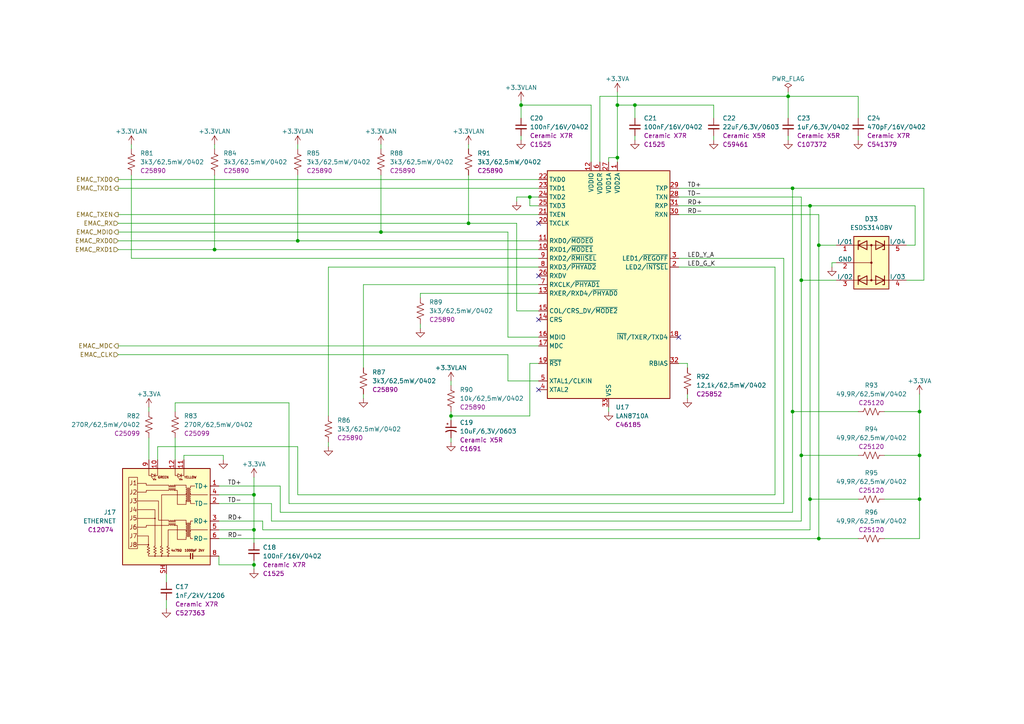
<source format=kicad_sch>
(kicad_sch (version 20211123) (generator eeschema)
  (paper "A4")
  (title_block (title "ESP 16x 24VDC Input 16x External Relay Output Module") (date "2022-10-20") (rev "V1"))
  (lib_symbols
    (symbol "Device:C_Polarized_Small_US" (pin_numbers hide) (pin_names (offset 0.254) hide)
      (property "Reference" "C" (at 0.254 1.778 0))
      (property "Value" "C_Polarized_Small_US" (at 0.254 -2.032 0))
      (symbol "C_Polarized_Small_US_0_1"
        (polyline (pts (xy -1.524 0.508) (xy 1.524 0.508)) (stroke (width 0.3048)))
        (polyline (pts (xy -1.27 1.524) (xy -0.762 1.524)))
        (polyline (pts (xy -1.016 1.27) (xy -1.016 1.778)))
        (arc (start 1.524 -0.762) (mid 0 -0.3734) (end -1.524 -0.762) (stroke (width 0.3048)))
      )
      (symbol "C_Polarized_Small_US_1_1"
        (pin passive line (at 0 2.54 270) (length 2.032) (name "~") (number "1"))
        (pin passive line (at 0 -2.54 90) (length 2.032) (name "~") (number "2"))
      )
    )
    (symbol "Device:C_Small" (pin_numbers hide) (pin_names (offset 0.254) hide)
      (property "Reference" "C" (at 0.254 1.778 0))
      (property "Value" "C_Small" (at 0.254 -2.032 0))
      (symbol "C_Small_0_1"
        (polyline (pts (xy -1.524 -0.508) (xy 1.524 -0.508)) (stroke (width 0.3302)))
        (polyline (pts (xy -1.524 0.508) (xy 1.524 0.508)) (stroke (width 0.3048)))
      )
      (symbol "C_Small_1_1"
        (pin passive line (at 0 2.54 270) (length 2.032) (name "~") (number "1"))
        (pin passive line (at 0 -2.54 90) (length 2.032) (name "~") (number "2"))
      )
    )
    (symbol "Device:R_US" (pin_numbers hide) (pin_names (offset 0))
      (property "Reference" "R" (at 2.54 0 90))
      (property "Value" "R_US" (at -2.54 0 90))
      (symbol "R_US_0_1"
        (polyline (pts (xy 0 -2.286) (xy 0 -2.54)))
        (polyline (pts (xy 0 2.286) (xy 0 2.54)))
        (polyline (pts (xy 0 -0.762) (xy 1.016 -1.143) (xy 0 -1.524) (xy -1.016 -1.905) (xy 0 -2.286)))
        (polyline (pts (xy 0 0.762) (xy 1.016 0.381) (xy 0 0) (xy -1.016 -0.381) (xy 0 -0.762)))
        (polyline (pts (xy 0 2.286) (xy 1.016 1.905) (xy 0 1.524) (xy -1.016 1.143) (xy 0 0.762)))
      )
      (symbol "R_US_1_1"
        (pin passive line (at 0 3.81 270) (length 1.27) (name "~") (number "1"))
        (pin passive line (at 0 -3.81 90) (length 1.27) (name "~") (number "2"))
      )
    )
    (symbol "Interface_Ethernet:LAN8710A"
      (property "Reference" "U" (at -13.97 34.29 0))
      (property "Value" "LAN8710A" (at 17.78 34.29 0))
      (symbol "LAN8710A_0_1"
        (rectangle (start -17.78 33.02) (end 17.78 -33.02) (stroke (width 0.254)) (fill (type background)))
      )
      (symbol "LAN8710A_1_1"
        (pin power_in line (at 2.54 35.56 270) (length 2.54) (name "VDD2A") (number "1"))
        (pin bidirectional line (at -20.32 10.16 0) (length 2.54) (name "RXD1/~{MODE1}") (number "10"))
        (pin bidirectional line (at -20.32 12.7 0) (length 2.54) (name "RXD0/~{MODE0}") (number "11"))
        (pin power_in line (at -5.08 35.56 270) (length 2.54) (name "VDDIO") (number "12"))
        (pin bidirectional line (at -20.32 -2.54 0) (length 2.54) (name "RXER/RXD4/~{PHYAD0}") (number "13"))
        (pin output line (at -20.32 -10.16 0) (length 2.54) (name "CRS") (number "14"))
        (pin bidirectional line (at -20.32 -7.62 0) (length 2.54) (name "COL/CRS_DV/~{MODE2}") (number "15"))
        (pin bidirectional line (at -20.32 -15.24 0) (length 2.54) (name "MDIO") (number "16"))
        (pin input line (at -20.32 -17.78 0) (length 2.54) (name "MDC") (number "17"))
        (pin bidirectional line (at 20.32 -15.24 180) (length 2.54) (name "~{INT}/TXER/TXD4") (number "18"))
        (pin input line (at -20.32 -22.86 0) (length 2.54) (name "~{RST}") (number "19"))
        (pin bidirectional line (at 20.32 5.08 180) (length 2.54) (name "LED2/~{INTSEL}") (number "2"))
        (pin output line (at -20.32 17.78 0) (length 2.54) (name "TXCLK") (number "20"))
        (pin input line (at -20.32 20.32 0) (length 2.54) (name "TXEN") (number "21"))
        (pin input line (at -20.32 30.48 0) (length 2.54) (name "TXD0") (number "22"))
        (pin input line (at -20.32 27.94 0) (length 2.54) (name "TXD1") (number "23"))
        (pin input line (at -20.32 25.4 0) (length 2.54) (name "TXD2") (number "24"))
        (pin input line (at -20.32 22.86 0) (length 2.54) (name "TXD3") (number "25"))
        (pin output line (at -20.32 2.54 0) (length 2.54) (name "RXDV") (number "26"))
        (pin power_in line (at 0 35.56 270) (length 2.54) (name "VDD1A") (number "27"))
        (pin bidirectional line (at 20.32 25.4 180) (length 2.54) (name "TXN") (number "28"))
        (pin bidirectional line (at 20.32 27.94 180) (length 2.54) (name "TXP") (number "29"))
        (pin bidirectional line (at 20.32 7.62 180) (length 2.54) (name "LED1/~{REGOFF}") (number "3"))
        (pin bidirectional line (at 20.32 20.32 180) (length 2.54) (name "RXN") (number "30"))
        (pin bidirectional line (at 20.32 22.86 180) (length 2.54) (name "RXP") (number "31"))
        (pin passive line (at 20.32 -22.86 180) (length 2.54) (name "RBIAS") (number "32"))
        (pin power_in line (at 0 -35.56 90) (length 2.54) (name "VSS") (number "33"))
        (pin output line (at -20.32 -30.48 0) (length 2.54) (name "XTAL2") (number "4"))
        (pin input line (at -20.32 -27.94 0) (length 2.54) (name "XTAL1/CLKIN") (number "5"))
        (pin power_in line (at -2.54 35.56 270) (length 2.54) (name "VDDCR") (number "6"))
        (pin bidirectional line (at -20.32 0 0) (length 2.54) (name "RXCLK/~{PHYAD1}") (number "7"))
        (pin bidirectional line (at -20.32 5.08 0) (length 2.54) (name "RXD3/~{PHYAD2}") (number "8"))
        (pin bidirectional line (at -20.32 7.62 0) (length 2.54) (name "RXD2/~{RMIISEL}") (number "9"))
      )
    )
    (symbol "Tales:+3.3VLAN" (power) (pin_names (offset 0))
      (property "Value" "+3.3VLAN" (at 0 3.556 0))
      (symbol "+3.3VLAN_0_1"
        (polyline (pts (xy -0.762 1.27) (xy 0 2.54)))
        (polyline (pts (xy 0 0) (xy 0 2.54)))
        (polyline (pts (xy 0 2.54) (xy 0.762 1.27)))
      )
      (symbol "+3.3VLAN_1_1"
        (pin power_in line (at 0 0 90) (length 0) hide (name "+3.3VLAN") (number "1"))
      )
    )
    (symbol "Tales:ESDS314DBV" (pin_names (offset 0))
      (property "Reference" "D" (at 0 12.7 0))
      (property "Value" "ESDS314DBV" (at 0 10.16 0))
      (symbol "ESDS314DBV_0_1"
        (rectangle (start -5.08 7.62) (end 5.08 -7.62) (stroke (width 0.254)) (fill (type background)))
        (circle (center 0 -5.08) (radius 0.254) (fill (type outline)))
        (polyline (pts (xy -5.08 -5.08) (xy 5.08 -5.08)))
        (polyline (pts (xy -5.08 0) (xy 0 0)))
        (polyline (pts (xy -5.08 5.08) (xy 5.08 5.08)))
        (polyline (pts (xy 0 -5.08) (xy 0 5.08)))
        (polyline (pts (xy -3.81 -6.35) (xy -3.81 -3.81) (xy -3.302 -3.81)) (stroke (width 0.254)))
        (polyline (pts (xy -3.81 3.81) (xy -3.81 6.35) (xy -3.302 6.35)) (stroke (width 0.254)))
        (polyline (pts (xy 3.81 -3.81) (xy 3.81 -6.35) (xy 3.302 -6.35)) (stroke (width 0.254)))
        (polyline (pts (xy 3.81 6.35) (xy 3.81 3.81) (xy 3.302 3.81)) (stroke (width 0.254)))
        (polyline (pts (xy -1.27 -6.35) (xy -3.81 -5.08) (xy -1.27 -3.81) (xy -1.27 -6.35) (xy -1.27 -6.35) (xy -1.27 -6.35)) (stroke (width 0.254)))
        (polyline (pts (xy -1.27 3.81) (xy -3.81 5.08) (xy -1.27 6.35) (xy -1.27 3.81) (xy -1.27 3.81) (xy -1.27 3.81)) (stroke (width 0.254)))
        (polyline (pts (xy 1.27 -3.81) (xy 3.81 -5.08) (xy 1.27 -6.35) (xy 1.27 -3.81) (xy 1.27 -3.81) (xy 1.27 -3.81)) (stroke (width 0.254)))
        (polyline (pts (xy 1.27 6.35) (xy 3.81 5.08) (xy 1.27 3.81) (xy 1.27 6.35) (xy 1.27 6.35) (xy 1.27 6.35)) (stroke (width 0.254)))
        (circle (center 0 0) (radius 0.254) (fill (type outline)))
        (circle (center 0 5.08) (radius 0.254) (fill (type outline)))
        (pin passive line (at -10.16 5.08 0) (length 5.08) (name "I/01") (number "1"))
        (pin passive line (at -10.16 0 0) (length 5.08) (name "GND") (number "2"))
        (pin passive line (at -10.16 -5.08 0) (length 5.08) (name "I/02") (number "3"))
        (pin passive line (at 10.16 -5.08 180) (length 5.08) (name "I/03") (number "4"))
        (pin passive line (at 10.16 5.08 180) (length 5.08) (name "I/04") (number "5"))
      )
    )
    (symbol "Tales:HanRun_HR911105A"
      (property "Reference" "J" (at 12.7 13.97 0))
      (property "Value" "HanRun_HR911105A" (at 0 -16.51 0))
      (symbol "HanRun_HR911105A_0_0"
        (rectangle (start -12.7 12.7) (end 12.7 -15.24) (stroke (width 0.254)) (fill (type background)))
        (polyline (pts (xy -5.207 -9.398) (xy -8.382 -9.398)))
        (polyline (pts (xy -3.302 -12.7) (xy -3.302 -12.192)))
        (polyline (pts (xy -3.302 -1.778) (xy -8.382 -1.778)))
        (polyline (pts (xy -1.397 -12.7) (xy -1.397 -12.192)))
        (polyline (pts (xy 0.508 -12.7) (xy 0.508 -12.192)))
        (polyline (pts (xy 7.62 -12.7) (xy 12.7 -12.7)))
        (polyline (pts (xy 11.938 -5.08) (xy 6.985 -5.08)))
        (polyline (pts (xy 11.938 5.08) (xy 6.985 5.08)))
        (polyline (pts (xy -1.397 -9.779) (xy -1.397 5.08) (xy 5.715 5.08)))
        (polyline (pts (xy 0.508 -9.779) (xy 0.508 -5.08) (xy 5.715 -5.08)))
        (polyline (pts (xy 6.985 -12.7) (xy -5.207 -12.7) (xy -5.207 -12.192)))
        (polyline (pts (xy 0.635 -2.286) (xy -2.286 -2.286) (xy -2.286 3.302) (xy -8.382 3.302)))
        (polyline (pts (xy 0.635 7.874) (xy -5.842 7.874) (xy -5.842 8.382) (xy -8.382 8.382)))
        (text "1000pF 2kV" (at 8.128 -11.049 0) (effects (font (size 0.635 0.635))))
        (text "4x75Ω" (at 2.921 -11.049 0) (effects (font (size 0.635 0.635))))
        (text "GREEN" (at -2.54 10.16 0) (effects (font (size 0.635 0.635)) (justify left)))
        (text "J1" (at -10.795 8.509 0) (effects (font (size 1.27 1.27)) (justify left)))
        (text "J2" (at -10.795 5.842 0) (effects (font (size 1.27 1.27)) (justify left)))
        (text "J3" (at -10.795 3.302 0) (effects (font (size 1.27 1.27)) (justify left)))
        (text "J4" (at -10.795 0.762 0) (effects (font (size 1.27 1.27)) (justify left)))
        (text "J5" (at -10.795 -1.651 0) (effects (font (size 1.27 1.27)) (justify left)))
        (text "J6" (at -10.795 -4.318 0) (effects (font (size 1.27 1.27)) (justify left)))
        (text "J7" (at -10.795 -6.858 0) (effects (font (size 1.27 1.27)) (justify left)))
        (text "J8" (at -10.795 -9.398 0) (effects (font (size 1.27 1.27)) (justify left)))
        (text "YELLOW" (at 5.08 10.16 0) (effects (font (size 0.635 0.635)) (justify left)))
      )
      (symbol "HanRun_HR911105A_0_1"
        (rectangle (start -8.382 -10.541) (end -10.922 10.16))
        (circle (center -5.207 -9.398) (radius 0.127) (fill (type outline)))
        (circle (center -3.302 -12.7) (radius 0.127) (fill (type outline)))
        (circle (center -3.302 -1.778) (radius 0.127) (fill (type outline)))
        (circle (center -1.397 -12.7) (radius 0.127) (fill (type outline)))
        (polyline (pts (xy -3.556 9.398) (xy -4.064 9.906)))
        (polyline (pts (xy -3.302 11.176) (xy -3.302 10.16)))
        (polyline (pts (xy -3.048 9.398) (xy -3.556 9.906)))
        (polyline (pts (xy 0.635 -3.302) (xy 2.667 -3.302)))
        (polyline (pts (xy 0.635 6.858) (xy 2.667 6.858)))
        (polyline (pts (xy 2.667 -2.794) (xy 0.635 -2.794)))
        (polyline (pts (xy 2.667 7.366) (xy 0.635 7.366)))
        (polyline (pts (xy 4.064 9.398) (xy 3.556 9.906)))
        (polyline (pts (xy 4.318 11.176) (xy 4.318 10.16)))
        (polyline (pts (xy 4.572 9.398) (xy 4.064 9.906)))
        (polyline (pts (xy 6.223 -3.048) (xy 6.223 -7.112)))
        (polyline (pts (xy 6.223 7.112) (xy 6.223 3.048)))
        (polyline (pts (xy 6.477 -7.112) (xy 6.477 -3.048)))
        (polyline (pts (xy 6.477 3.048) (xy 6.477 7.112)))
        (polyline (pts (xy 6.985 -13.462) (xy 6.985 -11.938)) (stroke (width 0.3048)))
        (polyline (pts (xy 7.62 -13.462) (xy 7.62 -11.938)) (stroke (width 0.3048)))
        (polyline (pts (xy -5.207 -9.779) (xy -5.207 -6.858) (xy -8.382 -6.858)))
        (polyline (pts (xy -5.08 12.7) (xy -5.08 10.668) (xy -4.318 10.668)))
        (polyline (pts (xy -3.556 9.652) (xy -3.556 9.398) (xy -3.81 9.398)))
        (polyline (pts (xy -3.302 -9.779) (xy -3.302 0.762) (xy -8.382 0.762)))
        (polyline (pts (xy -3.048 9.652) (xy -3.048 9.398) (xy -3.302 9.398)))
        (polyline (pts (xy -2.54 12.7) (xy -2.54 10.668) (xy -3.302 10.668)))
        (polyline (pts (xy 2.54 12.7) (xy 2.54 10.668) (xy 3.302 10.668)))
        (polyline (pts (xy 2.667 -2.286) (xy 5.715 -2.286) (xy 5.715 -3.048)))
        (polyline (pts (xy 2.667 7.874) (xy 5.715 7.874) (xy 5.715 7.112)))
        (polyline (pts (xy 4.064 9.652) (xy 4.064 9.398) (xy 3.81 9.398)))
        (polyline (pts (xy 4.572 9.652) (xy 4.572 9.398) (xy 4.318 9.398)))
        (polyline (pts (xy 5.08 12.7) (xy 5.08 10.668) (xy 4.318 10.668)))
        (polyline (pts (xy 6.985 -7.112) (xy 6.985 -7.62) (xy 7.62 -7.62)))
        (polyline (pts (xy 6.985 -3.048) (xy 6.985 -2.54) (xy 7.62 -2.54)))
        (polyline (pts (xy 6.985 3.048) (xy 6.985 2.54) (xy 8.255 2.54)))
        (polyline (pts (xy 6.985 7.112) (xy 6.985 7.62) (xy 8.255 7.62)))
        (polyline (pts (xy -3.302 10.668) (xy -4.318 11.176) (xy -4.318 10.16) (xy -3.302 10.668)))
        (polyline (pts (xy 0.635 -3.81) (xy -5.842 -3.81) (xy -5.842 -4.318) (xy -8.382 -4.318)))
        (polyline (pts (xy 0.635 6.35) (xy -5.842 6.35) (xy -5.842 5.842) (xy -8.382 5.842)))
        (polyline (pts (xy 4.318 10.668) (xy 3.302 11.176) (xy 3.302 10.16) (xy 4.318 10.668)))
        (polyline (pts (xy 5.715 -7.112) (xy 5.715 -7.874) (xy 3.175 -7.874) (xy 3.175 -3.81) (xy 2.667 -3.81)))
        (polyline (pts (xy 5.715 3.048) (xy 5.715 2.286) (xy 3.175 2.286) (xy 3.175 6.35) (xy 2.667 6.35)))
        (polyline (pts (xy -5.207 -12.192) (xy -4.826 -11.938) (xy -5.588 -11.557) (xy -4.826 -11.176) (xy -5.588 -10.795) (xy -4.826 -10.414) (xy -5.588 -10.033) (xy -5.207 -9.779)))
        (polyline (pts (xy -3.302 -12.192) (xy -2.921 -11.938) (xy -3.683 -11.557) (xy -2.921 -11.176) (xy -3.683 -10.795) (xy -2.921 -10.414) (xy -3.683 -10.033) (xy -3.302 -9.779)))
        (polyline (pts (xy -1.397 -12.192) (xy -1.016 -11.938) (xy -1.778 -11.557) (xy -1.016 -11.176) (xy -1.778 -10.795) (xy -1.016 -10.414) (xy -1.778 -10.033) (xy -1.397 -9.779)))
        (polyline (pts (xy 0.508 -12.192) (xy 0.889 -11.938) (xy 0.127 -11.557) (xy 0.889 -11.176) (xy 0.127 -10.795) (xy 0.889 -10.414) (xy 0.127 -10.033) (xy 0.508 -9.779)))
        (circle (center 0.508 -12.7) (radius 0.127) (fill (type outline)))
        (arc (start 0.635 -2.286) (mid 0.889 -2.54) (end 1.143 -2.286))
        (arc (start 0.635 7.874) (mid 0.889 7.62) (end 1.143 7.874))
        (arc (start 1.143 -3.81) (mid 0.889 -3.556) (end 0.635 -3.81))
        (arc (start 1.143 -2.286) (mid 1.397 -2.54) (end 1.651 -2.286))
        (arc (start 1.143 6.35) (mid 0.889 6.604) (end 0.635 6.35))
        (arc (start 1.143 7.874) (mid 1.397 7.62) (end 1.651 7.874))
        (arc (start 1.651 -3.81) (mid 1.397 -3.556) (end 1.143 -3.81))
        (arc (start 1.651 -2.286) (mid 1.905 -2.54) (end 2.159 -2.286))
        (arc (start 1.651 6.35) (mid 1.397 6.604) (end 1.143 6.35))
        (arc (start 1.651 7.874) (mid 1.905 7.62) (end 2.159 7.874))
        (arc (start 2.159 -3.81) (mid 1.905 -3.556) (end 1.651 -3.81))
        (arc (start 2.159 -2.286) (mid 2.413 -2.54) (end 2.667 -2.286))
        (arc (start 2.159 6.35) (mid 1.905 6.604) (end 1.651 6.35))
        (arc (start 2.159 7.874) (mid 2.413 7.62) (end 2.667 7.874))
        (circle (center 2.413 -3.8354) (radius 0.0762) (stroke (width 0.0254)) (fill (type outline)))
        (circle (center 2.413 -2.2606) (radius 0.0762) (stroke (width 0.0254)) (fill (type outline)))
        (circle (center 2.413 6.3246) (radius 0.0762) (stroke (width 0.0254)) (fill (type outline)))
        (circle (center 2.413 7.8994) (radius 0.0762) (stroke (width 0.0254)) (fill (type outline)))
        (arc (start 2.667 -3.81) (mid 2.413 -3.556) (end 2.159 -3.81))
        (arc (start 2.667 6.35) (mid 2.413 6.604) (end 2.159 6.35))
        (arc (start 5.715 -7.112) (mid 5.969 -6.858) (end 5.715 -6.604))
        (arc (start 5.715 -6.604) (mid 5.969 -6.35) (end 5.715 -6.096))
        (arc (start 5.715 -6.096) (mid 5.969 -5.842) (end 5.715 -5.588))
        (arc (start 5.715 -5.588) (mid 5.969 -5.334) (end 5.715 -5.08))
        (circle (center 5.715 -5.334) (radius 0.0762) (stroke (width 0.0254)) (fill (type outline)))
        (arc (start 5.715 -5.08) (mid 5.969 -4.826) (end 5.715 -4.572))
        (arc (start 5.715 -4.572) (mid 5.969 -4.318) (end 5.715 -4.064))
        (arc (start 5.715 -4.064) (mid 5.969 -3.81) (end 5.715 -3.556))
        (arc (start 5.715 -3.556) (mid 5.969 -3.302) (end 5.715 -3.048))
        (circle (center 5.715 -3.302) (radius 0.0762) (stroke (width 0.0254)) (fill (type outline)))
        (arc (start 5.715 3.048) (mid 5.969 3.302) (end 5.715 3.556))
        (circle (center 5.715 3.302) (radius 0.0762) (stroke (width 0.0254)) (fill (type outline)))
        (arc (start 5.715 3.556) (mid 5.969 3.81) (end 5.715 4.064))
        (arc (start 5.715 4.064) (mid 5.969 4.318) (end 5.715 4.572))
        (arc (start 5.715 4.572) (mid 5.969 4.826) (end 5.715 5.08))
        (arc (start 5.715 5.08) (mid 5.969 5.334) (end 5.715 5.588))
        (circle (center 5.715 5.334) (radius 0.0762) (stroke (width 0.0254)) (fill (type outline)))
        (arc (start 5.715 5.588) (mid 5.969 5.842) (end 5.715 6.096))
        (arc (start 5.715 6.096) (mid 5.969 6.35) (end 5.715 6.604))
        (arc (start 5.715 6.604) (mid 5.969 6.858) (end 5.715 7.112))
        (arc (start 6.985 -6.604) (mid 6.731 -6.858) (end 6.985 -7.112))
        (arc (start 6.985 -6.096) (mid 6.731 -6.35) (end 6.985 -6.604))
        (arc (start 6.985 -5.588) (mid 6.731 -5.842) (end 6.985 -6.096))
        (circle (center 6.985 -5.334) (radius 0.0762) (stroke (width 0.0254)) (fill (type outline)))
        (arc (start 6.985 -5.08) (mid 6.731 -5.334) (end 6.985 -5.588))
        (arc (start 6.985 -4.572) (mid 6.731 -4.826) (end 6.985 -5.08))
        (arc (start 6.985 -4.064) (mid 6.731 -4.318) (end 6.985 -4.572))
        (arc (start 6.985 -3.556) (mid 6.731 -3.81) (end 6.985 -4.064))
        (circle (center 6.985 -3.302) (radius 0.0762) (stroke (width 0.0254)) (fill (type outline)))
        (arc (start 6.985 -3.048) (mid 6.731 -3.302) (end 6.985 -3.556))
        (circle (center 6.985 3.302) (radius 0.0762) (stroke (width 0.0254)) (fill (type outline)))
        (arc (start 6.985 3.556) (mid 6.731 3.302) (end 6.985 3.048))
        (arc (start 6.985 4.064) (mid 6.731 3.81) (end 6.985 3.556))
        (arc (start 6.985 4.572) (mid 6.731 4.318) (end 6.985 4.064))
        (arc (start 6.985 5.08) (mid 6.731 4.826) (end 6.985 4.572))
        (circle (center 6.985 5.334) (radius 0.0762) (stroke (width 0.0254)) (fill (type outline)))
        (arc (start 6.985 5.588) (mid 6.731 5.334) (end 6.985 5.08))
        (arc (start 6.985 6.096) (mid 6.731 5.842) (end 6.985 5.588))
        (arc (start 6.985 6.604) (mid 6.731 6.35) (end 6.985 6.096))
        (arc (start 6.985 7.112) (mid 6.731 6.858) (end 6.985 6.604))
      )
      (symbol "HanRun_HR911105A_1_1"
        (pin passive line (at 15.24 7.62 180) (length 2.54) (name "TD+") (number "1"))
        (pin passive line (at -2.54 15.24 270) (length 2.54) (name "~") (number "10"))
        (pin passive line (at 5.08 15.24 270) (length 2.54) (name "~") (number "11"))
        (pin passive line (at 2.54 15.24 270) (length 2.54) (name "~") (number "12"))
        (pin passive line (at 15.24 2.54 180) (length 2.54) (name "TD-") (number "2"))
        (pin passive line (at 15.24 -2.54 180) (length 2.54) (name "RD+") (number "3"))
        (pin passive line (at 15.24 5.08 180) (length 2.54) (name "~") (number "4"))
        (pin passive line (at 15.24 -5.08 180) (length 2.54) (name "~") (number "5"))
        (pin passive line (at 15.24 -7.62 180) (length 2.54) (name "RD-") (number "6"))
        (pin passive line (at 15.24 -12.7 180) (length 2.54) (name "~") (number "8"))
        (pin passive line (at -5.08 15.24 270) (length 2.54) (name "~") (number "9"))
        (pin passive line (at 0 -17.78 90) (length 2.54) (name "~") (number "SH"))
      )
    )
    (symbol "power:+3.3VA" (power) (pin_names (offset 0))
      (property "Value" "+3.3VA" (at 0 3.556 0))
      (symbol "+3.3VA_0_1"
        (polyline (pts (xy -0.762 1.27) (xy 0 2.54)))
        (polyline (pts (xy 0 0) (xy 0 2.54)))
        (polyline (pts (xy 0 2.54) (xy 0.762 1.27)))
      )
      (symbol "+3.3VA_1_1"
        (pin power_in line (at 0 0 90) (length 0) hide (name "+3.3VA") (number "1"))
      )
    )
    (symbol "power:GND" (power) (pin_names (offset 0))
      (property "Value" "GND" (at 0 -3.81 0))
      (symbol "GND_0_1"
        (polyline (pts (xy 0 0) (xy 0 -1.27) (xy 1.27 -1.27) (xy 0 -2.54) (xy -1.27 -1.27) (xy 0 -1.27)))
      )
      (symbol "GND_1_1"
        (pin power_in line (at 0 0 270) (length 0) hide (name "GND") (number "1"))
      )
    )
    (symbol "power:PWR_FLAG" (power) (pin_numbers hide) (pin_names (offset 0) hide)
      (property "Value" "PWR_FLAG" (at 0 3.81 0))
      (symbol "PWR_FLAG_0_0"
        (pin power_out line (at 0 0 90) (length 0) (name "pwr") (number "1"))
      )
      (symbol "PWR_FLAG_0_1"
        (polyline (pts (xy 0 0) (xy 0 1.27) (xy -1.016 1.905) (xy 0 2.54) (xy 1.016 1.905) (xy 0 1.27)))
      )
    )
  )
  (junction (at 266.7 119.38))
  (junction (at 232.41 132.08))
  (junction (at 229.87 54.61))
  (junction (at 73.66 153.67))
  (junction (at 266.7 132.08))
  (junction (at 110.49 67.31))
  (junction (at 179.07 30.48))
  (junction (at 151.13 30.48))
  (junction (at 234.95 144.78))
  (junction (at 73.66 143.51))
  (junction (at 86.36 69.85))
  (junction (at 266.7 144.78))
  (junction (at 229.87 119.38))
  (junction (at 153.67 57.15))
  (junction (at 135.89 64.77))
  (junction (at 237.49 156.21))
  (junction (at 232.41 81.28))
  (junction (at 130.81 120.65))
  (junction (at 179.07 45.72))
  (junction (at 62.23 72.39))
  (junction (at 237.49 71.12))
  (junction (at 228.6 27.94))
  (junction (at 234.95 59.69))
  (junction (at 73.66 163.83))
  (junction (at 184.15 30.48))
  (no_connect (at 156.21 92.71))
  (no_connect (at 156.21 80.01))
  (no_connect (at 196.85 97.79))
  (no_connect (at 156.21 64.77))
  (no_connect (at 156.21 113.03))
  (wire (pts (xy 176.53 46.99) (xy 176.53 45.72)))
  (wire (pts (xy 34.29 64.77) (xy 135.89 64.77)))
  (wire (pts (xy 64.77 132.08) (xy 64.77 133.35)))
  (wire (pts (xy 34.29 72.39) (xy 62.23 72.39)))
  (wire (pts (xy 171.45 30.48) (xy 171.45 46.99)))
  (wire (pts (xy 63.5 163.83) (xy 63.5 161.29)))
  (wire (pts (xy 241.3 76.2) (xy 242.57 76.2)))
  (wire (pts (xy 256.54 119.38) (xy 266.7 119.38)))
  (wire (pts (xy 228.6 27.94) (xy 248.92 27.94)))
  (wire (pts (xy 34.29 100.33) (xy 156.21 100.33)))
  (wire (pts (xy 38.1 41.91) (xy 38.1 43.18)))
  (wire (pts (xy 234.95 144.78) (xy 234.95 153.67)))
  (wire (pts (xy 176.53 45.72) (xy 179.07 45.72)))
  (wire (pts (xy 237.49 71.12) (xy 237.49 156.21)))
  (wire (pts (xy 173.99 46.99) (xy 173.99 27.94)))
  (wire (pts (xy 266.7 144.78) (xy 266.7 156.21)))
  (wire (pts (xy 86.36 69.85) (xy 156.21 69.85)))
  (wire (pts (xy 156.21 105.41) (xy 153.67 105.41)))
  (wire (pts (xy 156.21 90.17) (xy 149.86 90.17)))
  (wire (pts (xy 83.82 116.84) (xy 83.82 146.05)))
  (wire (pts (xy 184.15 30.48) (xy 179.07 30.48)))
  (wire (pts (xy 81.28 148.59) (xy 229.87 148.59)))
  (wire (pts (xy 153.67 57.15) (xy 149.86 57.15)))
  (wire (pts (xy 135.89 64.77) (xy 135.89 50.8)))
  (wire (pts (xy 34.29 62.23) (xy 156.21 62.23)))
  (wire (pts (xy 153.67 59.69) (xy 153.67 57.15)))
  (wire (pts (xy 62.23 41.91) (xy 62.23 43.18)))
  (wire (pts (xy 43.18 118.11) (xy 43.18 119.38)))
  (wire (pts (xy 95.25 128.27) (xy 95.25 129.54)))
  (wire (pts (xy 207.01 34.29) (xy 207.01 30.48)))
  (wire (pts (xy 105.41 114.3) (xy 105.41 115.57)))
  (wire (pts (xy 34.29 69.85) (xy 86.36 69.85)))
  (wire (pts (xy 130.81 127) (xy 130.81 128.27)))
  (wire (pts (xy 121.92 85.09) (xy 121.92 86.36)))
  (wire (pts (xy 262.89 71.12) (xy 265.43 71.12)))
  (wire (pts (xy 53.34 132.08) (xy 53.34 133.35)))
  (wire (pts (xy 267.97 81.28) (xy 267.97 54.61)))
  (wire (pts (xy 38.1 50.8) (xy 38.1 74.93)))
  (wire (pts (xy 266.7 119.38) (xy 266.7 132.08)))
  (wire (pts (xy 147.32 97.79) (xy 156.21 97.79)))
  (wire (pts (xy 199.39 105.41) (xy 196.85 105.41)))
  (wire (pts (xy 234.95 144.78) (xy 248.92 144.78)))
  (wire (pts (xy 62.23 72.39) (xy 156.21 72.39)))
  (wire (pts (xy 196.85 62.23) (xy 237.49 62.23)))
  (wire (pts (xy 229.87 119.38) (xy 229.87 148.59)))
  (wire (pts (xy 34.29 102.87) (xy 147.32 102.87)))
  (wire (pts (xy 43.18 127) (xy 43.18 133.35)))
  (wire (pts (xy 81.28 140.97) (xy 81.28 148.59)))
  (wire (pts (xy 266.7 156.21) (xy 256.54 156.21)))
  (wire (pts (xy 45.72 129.54) (xy 86.36 129.54)))
  (wire (pts (xy 151.13 39.37) (xy 151.13 40.64)))
  (wire (pts (xy 151.13 30.48) (xy 151.13 34.29)))
  (wire (pts (xy 130.81 110.49) (xy 130.81 111.76)))
  (wire (pts (xy 153.67 120.65) (xy 130.81 120.65)))
  (wire (pts (xy 83.82 146.05) (xy 227.33 146.05)))
  (wire (pts (xy 184.15 30.48) (xy 184.15 34.29)))
  (wire (pts (xy 86.36 50.8) (xy 86.36 69.85)))
  (wire (pts (xy 207.01 39.37) (xy 207.01 40.64)))
  (wire (pts (xy 228.6 27.94) (xy 228.6 34.29)))
  (wire (pts (xy 176.53 118.11) (xy 176.53 119.38)))
  (wire (pts (xy 50.8 133.35) (xy 50.8 127)))
  (wire (pts (xy 228.6 26.67) (xy 228.6 27.94)))
  (wire (pts (xy 45.72 133.35) (xy 45.72 129.54)))
  (wire (pts (xy 62.23 50.8) (xy 62.23 72.39)))
  (wire (pts (xy 229.87 119.38) (xy 248.92 119.38)))
  (wire (pts (xy 237.49 62.23) (xy 237.49 71.12)))
  (wire (pts (xy 78.74 146.05) (xy 78.74 151.13)))
  (wire (pts (xy 63.5 140.97) (xy 81.28 140.97)))
  (wire (pts (xy 237.49 156.21) (xy 248.92 156.21)))
  (wire (pts (xy 149.86 64.77) (xy 135.89 64.77)))
  (wire (pts (xy 151.13 30.48) (xy 171.45 30.48)))
  (wire (pts (xy 110.49 50.8) (xy 110.49 67.31)))
  (wire (pts (xy 207.01 30.48) (xy 184.15 30.48)))
  (wire (pts (xy 228.6 39.37) (xy 228.6 40.64)))
  (wire (pts (xy 76.2 151.13) (xy 76.2 153.67)))
  (wire (pts (xy 48.26 173.99) (xy 48.26 176.53)))
  (wire (pts (xy 229.87 54.61) (xy 229.87 119.38)))
  (wire (pts (xy 265.43 71.12) (xy 265.43 59.69)))
  (wire (pts (xy 147.32 67.31) (xy 147.32 97.79)))
  (wire (pts (xy 64.77 132.08) (xy 53.34 132.08)))
  (wire (pts (xy 266.7 132.08) (xy 266.7 144.78)))
  (wire (pts (xy 256.54 144.78) (xy 266.7 144.78)))
  (wire (pts (xy 248.92 27.94) (xy 248.92 34.29)))
  (wire (pts (xy 130.81 119.38) (xy 130.81 120.65)))
  (wire (pts (xy 179.07 45.72) (xy 179.07 46.99)))
  (wire (pts (xy 34.29 67.31) (xy 110.49 67.31)))
  (wire (pts (xy 86.36 41.91) (xy 86.36 43.18)))
  (wire (pts (xy 153.67 105.41) (xy 153.67 120.65)))
  (wire (pts (xy 63.5 146.05) (xy 78.74 146.05)))
  (wire (pts (xy 73.66 163.83) (xy 73.66 165.1)))
  (wire (pts (xy 130.81 120.65) (xy 130.81 121.92)))
  (wire (pts (xy 149.86 90.17) (xy 149.86 64.77)))
  (wire (pts (xy 229.87 54.61) (xy 196.85 54.61)))
  (wire (pts (xy 173.99 27.94) (xy 228.6 27.94)))
  (wire (pts (xy 110.49 67.31) (xy 147.32 67.31)))
  (wire (pts (xy 179.07 30.48) (xy 179.07 45.72)))
  (wire (pts (xy 105.41 82.55) (xy 105.41 106.68)))
  (wire (pts (xy 86.36 129.54) (xy 86.36 143.51)))
  (wire (pts (xy 179.07 26.67) (xy 179.07 30.48)))
  (wire (pts (xy 199.39 106.68) (xy 199.39 105.41)))
  (wire (pts (xy 241.3 77.47) (xy 241.3 76.2)))
  (wire (pts (xy 50.8 116.84) (xy 83.82 116.84)))
  (wire (pts (xy 63.5 156.21) (xy 237.49 156.21)))
  (wire (pts (xy 78.74 151.13) (xy 232.41 151.13)))
  (wire (pts (xy 224.79 143.51) (xy 224.79 77.47)))
  (wire (pts (xy 265.43 59.69) (xy 234.95 59.69)))
  (wire (pts (xy 95.25 77.47) (xy 95.25 120.65)))
  (wire (pts (xy 232.41 132.08) (xy 248.92 132.08)))
  (wire (pts (xy 34.29 54.61) (xy 156.21 54.61)))
  (wire (pts (xy 73.66 162.56) (xy 73.66 163.83)))
  (wire (pts (xy 156.21 57.15) (xy 153.67 57.15)))
  (wire (pts (xy 48.26 166.37) (xy 48.26 168.91)))
  (wire (pts (xy 232.41 57.15) (xy 196.85 57.15)))
  (wire (pts (xy 110.49 41.91) (xy 110.49 43.18)))
  (wire (pts (xy 121.92 93.98) (xy 121.92 95.25)))
  (wire (pts (xy 156.21 110.49) (xy 147.32 110.49)))
  (wire (pts (xy 63.5 163.83) (xy 73.66 163.83)))
  (wire (pts (xy 149.86 57.15) (xy 149.86 58.42)))
  (wire (pts (xy 267.97 54.61) (xy 229.87 54.61)))
  (wire (pts (xy 248.92 39.37) (xy 248.92 40.64)))
  (wire (pts (xy 156.21 59.69) (xy 153.67 59.69)))
  (wire (pts (xy 196.85 74.93) (xy 227.33 74.93)))
  (wire (pts (xy 73.66 138.43) (xy 73.66 143.51)))
  (wire (pts (xy 76.2 153.67) (xy 234.95 153.67)))
  (wire (pts (xy 34.29 52.07) (xy 156.21 52.07)))
  (wire (pts (xy 256.54 132.08) (xy 266.7 132.08)))
  (wire (pts (xy 151.13 29.21) (xy 151.13 30.48)))
  (wire (pts (xy 86.36 143.51) (xy 224.79 143.51)))
  (wire (pts (xy 156.21 85.09) (xy 121.92 85.09)))
  (wire (pts (xy 95.25 77.47) (xy 156.21 77.47)))
  (wire (pts (xy 227.33 146.05) (xy 227.33 74.93)))
  (wire (pts (xy 266.7 114.3) (xy 266.7 119.38)))
  (wire (pts (xy 105.41 82.55) (xy 156.21 82.55)))
  (wire (pts (xy 237.49 71.12) (xy 242.57 71.12)))
  (wire (pts (xy 184.15 39.37) (xy 184.15 40.64)))
  (wire (pts (xy 232.41 81.28) (xy 242.57 81.28)))
  (wire (pts (xy 232.41 81.28) (xy 232.41 132.08)))
  (wire (pts (xy 232.41 57.15) (xy 232.41 81.28)))
  (wire (pts (xy 135.89 41.91) (xy 135.89 43.18)))
  (wire (pts (xy 73.66 153.67) (xy 73.66 143.51)))
  (wire (pts (xy 232.41 132.08) (xy 232.41 151.13)))
  (wire (pts (xy 63.5 153.67) (xy 73.66 153.67)))
  (wire (pts (xy 63.5 151.13) (xy 76.2 151.13)))
  (wire (pts (xy 38.1 74.93) (xy 156.21 74.93)))
  (wire (pts (xy 196.85 77.47) (xy 224.79 77.47)))
  (wire (pts (xy 147.32 110.49) (xy 147.32 102.87)))
  (wire (pts (xy 199.39 114.3) (xy 199.39 115.57)))
  (wire (pts (xy 196.85 59.69) (xy 234.95 59.69)))
  (wire (pts (xy 50.8 119.38) (xy 50.8 116.84)))
  (wire (pts (xy 234.95 59.69) (xy 234.95 144.78)))
  (wire (pts (xy 73.66 153.67) (xy 73.66 157.48)))
  (wire (pts (xy 262.89 81.28) (xy 267.97 81.28)))
  (wire (pts (xy 73.66 143.51) (xy 63.5 143.51)))
  (label "RD-" (at 66.04 156.21 0))
  (label "LED_Y_A" (at 199.39 74.93 0))
  (label "TD+" (at 66.04 140.97 0))
  (label "TD+" (at 199.39 54.61 0))
  (label "TD-" (at 66.04 146.05 0))
  (label "RD-" (at 199.39 62.23 0))
  (label "RD+" (at 66.04 151.13 0))
  (label "RD+" (at 199.39 59.69 0))
  (label "LED_G_K" (at 199.39 77.47 0))
  (label "TD-" (at 199.39 57.15 0))
  (hierarchical_label "EMAC_MDIO" (shape output) (at 34.29 67.31 180))
  (hierarchical_label "EMAC_TXEN" (shape output) (at 34.29 62.23 180))
  (hierarchical_label "EMAC_CLK" (shape input) (at 34.29 102.87 180))
  (hierarchical_label "EMAC_RXD1" (shape input) (at 34.29 72.39 180))
  (hierarchical_label "EMAC_MDC" (shape output) (at 34.29 100.33 180))
  (hierarchical_label "EMAC_RXD0" (shape input) (at 34.29 69.85 180))
  (hierarchical_label "EMAC_RX" (shape input) (at 34.29 64.77 180))
  (hierarchical_label "EMAC_TXD0" (shape output) (at 34.29 52.07 180))
  (hierarchical_label "EMAC_TXD1" (shape output) (at 34.29 54.61 180))
  (symbol (lib_id "power:GND") (at 184.15 40.64 0) (unit 1)
    (property "Reference" "#PWR0119" (effects hide))
    (property "Value" "GNDREF" (effects hide))
  )
  (symbol (lib_id "Device:R_US") (at 130.81 115.57 0) (unit 1)
    (property "Reference" "R90" (at 133.35 113.03 0) (effects (justify left)))
    (property "Value" "10k/62,5mW/0402" (at 133.35 115.57 0) (effects (justify left)))
    (property "Footprint" "Tales:R_0402_1005Metric" (effects hide))
    (property "Case" "0402/1005" (effects hide))
    (property "Mfr" "Uniroyal" (effects hide))
    (property "Vendor" "JLCPCB" (effects hide))
    (property "Mfr PN" "0402WGF1002TCE" (effects hide))
    (property "Vendor PN" "C25890" (effects hide))
    (property "LCSC Part #" "C25890" (at 133.35 118.11 0) (effects (justify left)))
    (property "JLCPCB BOM" "1" (effects hide))
  )
  (symbol (lib_id "power:GND") (at 228.6 40.64 0) (unit 1)
    (property "Reference" "#PWR0122" (effects hide))
    (property "Value" "GNDREF" (effects hide))
  )
  (symbol (lib_id "Device:R_US") (at 50.8 123.19 0) (unit 1)
    (property "Reference" "R83" (at 53.34 120.65 0) (effects (justify left)))
    (property "Value" "270R/62,5mW/0402" (at 53.34 123.19 0) (effects (justify left)))
    (property "Footprint" "Tales:R_0402_1005Metric" (effects hide))
    (property "Case" "0402/1005" (effects hide))
    (property "Mfr" "Uniroyal" (effects hide))
    (property "Vendor" "JLCPCB" (effects hide))
    (property "Mfr PN" "0402WGF2700TCE" (effects hide))
    (property "Vendor PN" "C25099" (effects hide))
    (property "LCSC Part #" "C25099" (at 53.34 125.73 0) (effects (justify left)))
    (property "JLCPCB BOM" "1" (effects hide))
  )
  (symbol (lib_id "Tales:+3.3VLAN") (at 135.89 41.91 0) (unit 1)
    (property "Reference" "#PWR0113" (effects hide))
    (property "Value" "+3.3VLAN" (at 135.89 38.1 0))
  )
  (symbol (lib_id "Device:C_Small") (at 73.66 160.02 0) (unit 1)
    (property "Reference" "C18" (at 76.2 158.7562 0) (effects (justify left)))
    (property "Value" "100nF/16V/0402" (at 76.2 161.2962 0) (effects (justify left)))
    (property "Footprint" "Tales:C_0402_1005Metric" (effects hide))
    (property "Case" "0402/1005" (effects hide))
    (property "JLCPCB BOM" "1" (effects hide))
    (property "LCSC Part #" "C1525" (at 76.2 166.37 0) (effects (justify left)))
    (property "Mfr" "Samsung" (effects hide))
    (property "Mfr PN" "CL05B104KO5NNNC" (effects hide))
    (property "Technology" "Ceramic X7R" (at 76.2 163.83 0) (effects (justify left)))
    (property "Vendor" "JLCPCB" (effects hide))
    (property "Vendor PN" "C1525" (effects hide))
  )
  (symbol (lib_id "Device:R_US") (at 62.23 46.99 0) (unit 1)
    (property "Reference" "R84" (at 64.77 44.45 0) (effects (justify left)))
    (property "Value" "3k3/62,5mW/0402" (at 64.77 46.99 0) (effects (justify left)))
    (property "Footprint" "Tales:R_0402_1005Metric" (effects hide))
    (property "Case" "0402/1005" (effects hide))
    (property "Mfr" "Uniroyal" (effects hide))
    (property "Vendor" "JLCPCB" (effects hide))
    (property "Mfr PN" "0402WGF3301TCE" (effects hide))
    (property "Vendor PN" "C25890" (effects hide))
    (property "LCSC Part #" "C25890" (at 64.77 49.53 0) (effects (justify left)))
    (property "JLCPCB BOM" "1" (effects hide))
  )
  (symbol (lib_id "Device:R_US") (at 135.89 46.99 0) (unit 1)
    (property "Reference" "R91" (at 138.43 44.45 0) (effects (justify left)))
    (property "Value" "3k3/62,5mW/0402" (at 138.43 46.99 0) (effects (justify left)))
    (property "Footprint" "Tales:R_0402_1005Metric" (effects hide))
    (property "Case" "0402/1005" (effects hide))
    (property "Mfr" "Uniroyal" (effects hide))
    (property "Vendor" "JLCPCB" (effects hide))
    (property "Mfr PN" "0402WGF3301TCE" (effects hide))
    (property "Vendor PN" "C25890" (effects hide))
    (property "LCSC Part #" "C25890" (at 138.43 49.53 0) (effects (justify left)))
    (property "JLCPCB BOM" "1" (effects hide))
  )
  (symbol (lib_id "power:GND") (at 130.81 128.27 0) (unit 1)
    (property "Reference" "#PWR0112" (effects hide))
    (property "Value" "GNDREF" (effects hide))
  )
  (symbol (lib_id "Device:R_US") (at 86.36 46.99 0) (unit 1)
    (property "Reference" "R85" (at 88.9 44.45 0) (effects (justify left)))
    (property "Value" "3k3/62,5mW/0402" (at 88.9 46.99 0) (effects (justify left)))
    (property "Footprint" "Tales:R_0402_1005Metric" (effects hide))
    (property "Case" "0402/1005" (effects hide))
    (property "Mfr" "Uniroyal" (effects hide))
    (property "Vendor" "JLCPCB" (effects hide))
    (property "Mfr PN" "0402WGF3301TCE" (effects hide))
    (property "Vendor PN" "C25890" (effects hide))
    (property "LCSC Part #" "C25890" (at 88.9 49.53 0) (effects (justify left)))
    (property "JLCPCB BOM" "1" (effects hide))
  )
  (symbol (lib_id "Tales:HanRun_HR911105A") (at 48.26 148.59 0) (unit 1)
    (property "Reference" "J17" (at 33.655 148.5899 0) (effects (justify right)))
    (property "Value" "ETHERNET" (at 33.655 151.1299 0) (effects (justify right)))
    (property "Footprint" "Tales:RJ45_HanRun_HR911105A" (effects hide))
    (property "JLCPCB BOM" "1" (effects hide))
    (property "LCSC Part #" "C12074" (at 29.21 153.67 0))
    (property "Mfr" "HanRun" (effects hide))
    (property "Mfr PN" "HR911105A" (effects hide))
    (property "Vendor" "JLCPCB" (effects hide))
    (property "Vendor PN" "C12074" (effects hide))
  )
  (symbol (lib_id "power:GND") (at 105.41 115.57 0) (unit 1)
    (property "Reference" "#PWR0108" (effects hide))
    (property "Value" "GNDREF" (effects hide))
  )
  (symbol (lib_id "Device:C_Small") (at 48.26 171.45 0) (unit 1)
    (property "Reference" "C17" (at 50.8 170.1862 0) (effects (justify left)))
    (property "Value" "1nF/2kV/1206" (at 50.8 172.7262 0) (effects (justify left)))
    (property "Footprint" "Tales:C_1206_3216Metric" (effects hide))
    (property "Case" "1206/3216" (effects hide))
    (property "JLCPCB BOM" "1" (effects hide))
    (property "LCSC Part #" "C527363" (at 50.8 177.8 0) (effects (justify left)))
    (property "Mfr" "Yageo" (effects hide))
    (property "Mfr PN" "CC1206MKX7RDBB102" (effects hide))
    (property "Technology" "Ceramic X7R" (at 50.8 175.26 0) (effects (justify left)))
    (property "Vendor" "JLCPCB" (effects hide))
    (property "Vendor PN" "C527363" (effects hide))
  )
  (symbol (lib_id "Device:R_US") (at 43.18 123.19 0) (unit 1)
    (property "Reference" "R82" (at 40.64 120.65 0) (effects (justify right)))
    (property "Value" "270R/62,5mW/0402" (at 40.64 123.19 0) (effects (justify right)))
    (property "Footprint" "Tales:R_0402_1005Metric" (effects hide))
    (property "Case" "0402/1005" (effects hide))
    (property "Mfr" "Uniroyal" (effects hide))
    (property "Vendor" "JLCPCB" (effects hide))
    (property "Mfr PN" "0402WGF2700TCE" (effects hide))
    (property "Vendor PN" "C25099" (effects hide))
    (property "LCSC Part #" "C25099" (at 40.64 125.73 0) (effects (justify right)))
    (property "JLCPCB BOM" "1" (effects hide))
  )
  (symbol (lib_id "power:GND") (at 121.92 95.25 0) (unit 1)
    (property "Reference" "#PWR0110" (effects hide))
    (property "Value" "GNDREF" (effects hide))
  )
  (symbol (lib_id "power:GND") (at 207.01 40.64 0) (unit 1)
    (property "Reference" "#PWR0121" (effects hide))
    (property "Value" "GNDREF" (effects hide))
  )
  (symbol (lib_id "power:GND") (at 95.25 129.54 0) (unit 1)
    (property "Reference" "#PWR0107" (effects hide))
    (property "Value" "GNDREF" (effects hide))
  )
  (symbol (lib_id "power:+3.3VA") (at 73.66 138.43 0) (unit 1)
    (property "Reference" "#PWR0104" (effects hide))
    (property "Value" "+3.3VA" (at 73.66 134.62 0))
  )
  (symbol (lib_id "power:GND") (at 151.13 40.64 0) (unit 1)
    (property "Reference" "#PWR0116" (effects hide))
    (property "Value" "GNDREF" (effects hide))
  )
  (symbol (lib_id "power:GND") (at 241.3 77.47 0) (unit 1)
    (property "Reference" "#PWR0123" (effects hide))
    (property "Value" "GNDREF" (effects hide))
  )
  (symbol (lib_id "power:GND") (at 73.66 165.1 0) (unit 1)
    (property "Reference" "#PWR0105" (effects hide))
    (property "Value" "GNDREF" (effects hide))
  )
  (symbol (lib_id "power:PWR_FLAG") (at 228.6 26.67 0) (unit 1)
    (property "Reference" "#FLG01" (effects hide))
    (property "Value" "PWR_FLAG" (at 228.6 22.86 0))
  )
  (symbol (lib_id "Tales:+3.3VLAN") (at 62.23 41.91 0) (unit 1)
    (property "Reference" "#PWR0102" (effects hide))
    (property "Value" "+3.3VLAN" (at 62.23 38.1 0))
  )
  (symbol (lib_id "power:GND") (at 248.92 40.64 0) (unit 1)
    (property "Reference" "#PWR0124" (effects hide))
    (property "Value" "GNDREF" (effects hide))
  )
  (symbol (lib_id "Device:R_US") (at 252.73 132.08 90) (unit 1)
    (property "Reference" "R94" (at 252.73 124.46 90))
    (property "Value" "49,9R/62,5mW/0402" (at 252.73 127 90))
    (property "Footprint" "Tales:R_0402_1005Metric" (effects hide))
    (property "Case" "0402/1005" (effects hide))
    (property "Mfr" "Uniroyal" (effects hide))
    (property "Vendor" "JLCPCB" (effects hide))
    (property "Mfr PN" "0402WGF499JTCE" (effects hide))
    (property "Vendor PN" "C25120" (effects hide))
    (property "LCSC Part #" "C25120" (at 252.73 129.54 90))
    (property "JLCPCB BOM" "1" (effects hide))
  )
  (symbol (lib_id "Device:C_Small") (at 228.6 36.83 0) (unit 1)
    (property "Reference" "C23" (at 231.14 34.2962 0) (effects (justify left)))
    (property "Value" "1uF/6,3V/0402" (at 231.14 36.8362 0) (effects (justify left)))
    (property "Footprint" "Tales:C_0402_1005Metric" (effects hide))
    (property "Case" "0402/1005" (effects hide))
    (property "JLCPCB BOM" "1" (effects hide))
    (property "LCSC Part #" "C107372" (at 231.14 41.91 0) (effects (justify left)))
    (property "Mfr" "Samsung" (effects hide))
    (property "Mfr PN" "CL05A105KQ5NNNC" (effects hide))
    (property "Technology" "Ceramic X5R" (at 231.14 39.37 0) (effects (justify left)))
    (property "Vendor" "JLCPCB" (effects hide))
    (property "Vendor PN" "C107372" (effects hide))
  )
  (symbol (lib_id "Device:R_US") (at 121.92 90.17 0) (unit 1)
    (property "Reference" "R89" (at 124.46 87.63 0) (effects (justify left)))
    (property "Value" "3k3/62,5mW/0402" (at 124.46 90.17 0) (effects (justify left)))
    (property "Footprint" "Tales:R_0402_1005Metric" (effects hide))
    (property "Case" "0402/1005" (effects hide))
    (property "Mfr" "Uniroyal" (effects hide))
    (property "Vendor" "JLCPCB" (effects hide))
    (property "Mfr PN" "0402WGF3301TCE" (effects hide))
    (property "Vendor PN" "C25890" (effects hide))
    (property "LCSC Part #" "C25890" (at 124.46 92.71 0) (effects (justify left)))
    (property "JLCPCB BOM" "1" (effects hide))
  )
  (symbol (lib_id "Tales:+3.3VLAN") (at 130.81 110.49 0) (unit 1)
    (property "Reference" "#PWR0111" (effects hide))
    (property "Value" "+3.3VLAN" (at 130.81 106.68 0))
  )
  (symbol (lib_id "Device:C_Small") (at 207.01 36.83 0) (unit 1)
    (property "Reference" "C22" (at 209.55 34.29 0) (effects (justify left)))
    (property "Value" "22uF/6,3V/0603" (at 209.55 36.83 0) (effects (justify left)))
    (property "Footprint" "Tales:C_0805_2012Metric" (effects hide))
    (property "Technology" "Ceramic X5R" (at 209.55 39.37 0) (effects (justify left)))
    (property "Case" "0805/2012" (effects hide))
    (property "Mfr" "Samsung" (effects hide))
    (property "Mfr PN" "CL10A226MQ8NRNC" (effects hide))
    (property "Vendor" "JLCPCB" (effects hide))
    (property "Vendor PN" "C59461" (effects hide))
    (property "LCSC Part #" "C59461" (at 209.55 41.91 0) (effects (justify left)))
    (property "JLCPCB BOM" "1" (effects hide))
  )
  (symbol (lib_id "Device:C_Small") (at 151.13 36.83 0) (unit 1)
    (property "Reference" "C20" (at 153.67 34.29 0) (effects (justify left)))
    (property "Value" "100nF/16V/0402" (at 153.67 36.83 0) (effects (justify left)))
    (property "Footprint" "Tales:C_0402_1005Metric" (effects hide))
    (property "Case" "0402/1005" (effects hide))
    (property "JLCPCB BOM" "1" (effects hide))
    (property "LCSC Part #" "C1525" (at 153.67 41.9038 0) (effects (justify left)))
    (property "Mfr" "Samsung" (effects hide))
    (property "Mfr PN" "CL05B104KO5NNNC" (effects hide))
    (property "Technology" "Ceramic X7R" (at 153.67 39.3638 0) (effects (justify left)))
    (property "Vendor" "JLCPCB" (effects hide))
    (property "Vendor PN" "C1525" (effects hide))
  )
  (symbol (lib_id "Device:R_US") (at 252.73 119.38 90) (unit 1)
    (property "Reference" "R93" (at 252.73 111.76 90))
    (property "Value" "49,9R/62,5mW/0402" (at 252.73 114.3 90))
    (property "Footprint" "Tales:R_0402_1005Metric" (effects hide))
    (property "Case" "0402/1005" (effects hide))
    (property "Mfr" "Uniroyal" (effects hide))
    (property "Vendor" "JLCPCB" (effects hide))
    (property "Mfr PN" "0402WGF499JTCE" (effects hide))
    (property "Vendor PN" "C25120" (effects hide))
    (property "LCSC Part #" "C25120" (at 252.73 116.84 90))
    (property "JLCPCB BOM" "1" (effects hide))
  )
  (symbol (lib_id "power:GND") (at 64.77 133.35 0) (unit 1)
    (property "Reference" "#PWR0103" (effects hide))
    (property "Value" "GNDREF" (effects hide))
  )
  (symbol (lib_id "Tales:+3.3VLAN") (at 86.36 41.91 0) (unit 1)
    (property "Reference" "#PWR0106" (effects hide))
    (property "Value" "+3.3VLAN" (at 86.36 38.1 0))
  )
  (symbol (lib_id "power:GND") (at 149.86 58.42 0) (unit 1)
    (property "Reference" "#PWR0114" (effects hide))
    (property "Value" "GNDREF" (effects hide))
  )
  (symbol (lib_id "Device:C_Polarized_Small_US") (at 130.81 124.46 0) (unit 1)
    (property "Reference" "C19" (at 133.35 122.555 0) (effects (justify left)))
    (property "Value" "10uF/6,3V/0603" (at 133.35 125.095 0) (effects (justify left)))
    (property "Footprint" "Tales:C_0603_1608Metric" (effects hide))
    (property "Mfr" "Samsung" (effects hide))
    (property "Mfr PN" "CL10A106MQ8NNNC" (effects hide))
    (property "JLCPCB BOM" "1" (effects hide))
    (property "LCSC Part #" "C1691" (at 133.35 130.175 0) (effects (justify left)))
    (property "Technology" "Ceramic X5R" (at 133.35 127.635 0) (effects (justify left)))
    (property "Vendor" "JLCPCB" (effects hide))
    (property "Vendor PN" "C1691" (effects hide))
    (property "Case" "0603/1608" (effects hide))
  )
  (symbol (lib_id "Device:R_US") (at 105.41 110.49 0) (unit 1)
    (property "Reference" "R87" (at 107.95 107.95 0) (effects (justify left)))
    (property "Value" "3k3/62,5mW/0402" (at 107.95 110.49 0) (effects (justify left)))
    (property "Footprint" "Tales:R_0402_1005Metric" (effects hide))
    (property "Case" "0402/1005" (effects hide))
    (property "Mfr" "Uniroyal" (effects hide))
    (property "Vendor" "JLCPCB" (effects hide))
    (property "Mfr PN" "0402WGF3301TCE" (effects hide))
    (property "Vendor PN" "C25890" (effects hide))
    (property "LCSC Part #" "C25890" (at 107.95 113.03 0) (effects (justify left)))
    (property "JLCPCB BOM" "1" (effects hide))
  )
  (symbol (lib_id "power:+3.3VA") (at 179.07 26.67 0) (unit 1)
    (property "Reference" "#PWR0118" (effects hide))
    (property "Value" "+3.3VA" (at 179.07 22.86 0))
  )
  (symbol (lib_id "Device:C_Small") (at 248.92 36.83 0) (unit 1)
    (property "Reference" "C24" (at 251.46 34.29 0) (effects (justify left)))
    (property "Value" "470pF/16V/0402" (at 251.46 36.83 0) (effects (justify left)))
    (property "Footprint" "Tales:C_0402_1005Metric" (effects hide))
    (property "Case" "0402/1005" (effects hide))
    (property "JLCPCB BOM" "1" (effects hide))
    (property "LCSC Part #" "C541379" (at 251.46 41.91 0) (effects (justify left)))
    (property "Mfr" "Yageo" (effects hide))
    (property "Mfr PN" "CC0402KRX7R7BB471" (effects hide))
    (property "Technology" "Ceramic X7R" (at 251.46 39.37 0) (effects (justify left)))
    (property "Vendor" "JLCPCB" (effects hide))
    (property "Vendor PN" "C541379" (effects hide))
  )
  (symbol (lib_id "power:GND") (at 199.39 115.57 0) (unit 1)
    (property "Reference" "#PWR0120" (effects hide))
    (property "Value" "GNDREF" (effects hide))
  )
  (symbol (lib_id "Tales:ESDS314DBV") (at 252.73 76.2 0) (unit 1)
    (property "Reference" "D33" (at 252.73 63.5 0))
    (property "Value" "ESDS314DBV" (at 252.73 66.04 0))
    (property "Footprint" "Package_TO_SOT_SMD:SOT-23-5" (effects hide))
    (property "Vendor" "JLCPCB" (effects hide))
    (property "Case" "SOT-23-5" (effects hide))
    (property "JLCPCB BOM" "1" (effects hide))
    (property "LCSC Part #" "C1847859" (effects hide))
    (property "Mfr" "Texas Instruments" (effects hide))
    (property "Mfr PN" "ESDS314DBVR" (effects hide))
    (property "Vendor PN" "C1847859" (effects hide))
  )
  (symbol (lib_id "Device:R_US") (at 95.25 124.46 0) (unit 1)
    (property "Reference" "R86" (at 97.79 121.92 0) (effects (justify left)))
    (property "Value" "3k3/62,5mW/0402" (at 97.79 124.46 0) (effects (justify left)))
    (property "Footprint" "Tales:R_0402_1005Metric" (effects hide))
    (property "Case" "0402/1005" (effects hide))
    (property "Mfr" "Uniroyal" (effects hide))
    (property "Vendor" "JLCPCB" (effects hide))
    (property "Mfr PN" "0402WGF3301TCE" (effects hide))
    (property "Vendor PN" "C25890" (effects hide))
    (property "LCSC Part #" "C25890" (at 97.79 127 0) (effects (justify left)))
    (property "JLCPCB BOM" "1" (effects hide))
  )
  (symbol (lib_id "power:+3.3VA") (at 43.18 118.11 0) (unit 1)
    (property "Reference" "#PWR0100" (effects hide))
    (property "Value" "+3.3VA" (at 43.18 114.3 0))
  )
  (symbol (lib_id "power:+3.3VA") (at 266.7 114.3 0) (unit 1)
    (property "Reference" "#PWR0125" (effects hide))
    (property "Value" "+3.3VA" (at 266.7 110.49 0))
  )
  (symbol (lib_id "power:GND") (at 48.26 176.53 0) (unit 1)
    (property "Reference" "#PWR0101" (effects hide))
    (property "Value" "GNDREF" (effects hide))
  )
  (symbol (lib_id "Device:R_US") (at 252.73 156.21 90) (unit 1)
    (property "Reference" "R96" (at 252.73 148.59 90))
    (property "Value" "49,9R/62,5mW/0402" (at 252.73 151.13 90))
    (property "Footprint" "Tales:R_0402_1005Metric" (effects hide))
    (property "Case" "0402/1005" (effects hide))
    (property "Mfr" "Uniroyal" (effects hide))
    (property "Vendor" "JLCPCB" (effects hide))
    (property "Mfr PN" "0402WGF499JTCE" (effects hide))
    (property "Vendor PN" "C25120" (effects hide))
    (property "LCSC Part #" "C25120" (at 252.73 153.67 90))
    (property "JLCPCB BOM" "1" (effects hide))
  )
  (symbol (lib_id "Interface_Ethernet:LAN8710A") (at 176.53 82.55 0) (unit 1)
    (property "Reference" "U17" (at 178.5494 118.11 0) (effects (justify left)))
    (property "Value" "LAN8710A" (at 178.5494 120.65 0) (effects (justify left)))
    (property "Footprint" "Package_DFN_QFN:QFN-32-1EP_5x5mm_P0.5mm_EP3.3x3.3mm_ThermalVias" (effects hide))
    (property "Datasheet" "http://ww1.microchip.com/downloads/en/DeviceDoc/8710a.pdf" (effects hide))
    (property "Case" "QFN-32" (effects hide))
    (property "JLCPCB BOM" "1" (effects hide))
    (property "LCSC Part #" "C46185" (at 178.435 123.19 0) (effects (justify left)))
    (property "Mfr" "Microchip" (effects hide))
    (property "Mfr PN" "LAN8710A-EZC-TR" (effects hide))
    (property "Vendor" "JLCPCB" (effects hide))
    (property "Vendor PN" "C46185" (effects hide))
  )
  (symbol (lib_id "Device:R_US") (at 252.73 144.78 90) (unit 1)
    (property "Reference" "R95" (at 252.73 137.16 90))
    (property "Value" "49,9R/62,5mW/0402" (at 252.73 139.7 90))
    (property "Footprint" "Tales:R_0402_1005Metric" (effects hide))
    (property "Case" "0402/1005" (effects hide))
    (property "Mfr" "Uniroyal" (effects hide))
    (property "Vendor" "JLCPCB" (effects hide))
    (property "Mfr PN" "0402WGF499JTCE" (effects hide))
    (property "Vendor PN" "C25120" (effects hide))
    (property "LCSC Part #" "C25120" (at 252.73 142.24 90))
    (property "JLCPCB BOM" "1" (effects hide))
  )
  (symbol (lib_id "Tales:+3.3VLAN") (at 151.13 29.21 0) (unit 1)
    (property "Reference" "#PWR0115" (effects hide))
    (property "Value" "+3.3VLAN" (at 151.13 25.4 0))
  )
  (symbol (lib_id "Device:C_Small") (at 184.15 36.83 0) (unit 1)
    (property "Reference" "C21" (at 186.69 34.29 0) (effects (justify left)))
    (property "Value" "100nF/16V/0402" (at 186.69 36.83 0) (effects (justify left)))
    (property "Footprint" "Tales:C_0402_1005Metric" (effects hide))
    (property "Case" "0402/1005" (effects hide))
    (property "JLCPCB BOM" "1" (effects hide))
    (property "LCSC Part #" "C1525" (at 186.69 41.9038 0) (effects (justify left)))
    (property "Mfr" "Samsung" (effects hide))
    (property "Mfr PN" "CL05B104KO5NNNC" (effects hide))
    (property "Technology" "Ceramic X7R" (at 186.69 39.3638 0) (effects (justify left)))
    (property "Vendor" "JLCPCB" (effects hide))
    (property "Vendor PN" "C1525" (effects hide))
  )
  (symbol (lib_id "power:GND") (at 176.53 119.38 0) (unit 1)
    (property "Reference" "#PWR0117" (effects hide))
    (property "Value" "GNDREF" (effects hide))
  )
  (symbol (lib_id "Device:R_US") (at 199.39 110.49 0) (unit 1)
    (property "Reference" "R92" (at 201.93 109.2199 0) (effects (justify left)))
    (property "Value" "12,1k/62,5mW/0402" (at 201.93 111.7599 0) (effects (justify left)))
    (property "Footprint" "Tales:R_0402_1005Metric" (effects hide))
    (property "Case" "0402/1005" (effects hide))
    (property "JLCPCB BOM" "1" (effects hide))
    (property "LCSC Part #" "C25852" (at 201.93 114.3 0) (effects (justify left)))
    (property "Mfr" "Uniroyal" (effects hide))
    (property "Mfr PN" "0402WGF1212TCE" (effects hide))
    (property "Vendor" "JLCPCB" (effects hide))
    (property "Vendor PN" "C25852" (effects hide))
  )
  (symbol (lib_id "Tales:+3.3VLAN") (at 110.49 41.91 0) (unit 1)
    (property "Reference" "#PWR0109" (effects hide))
    (property "Value" "+3.3VLAN" (at 110.49 38.1 0))
  )
  (symbol (lib_id "Tales:+3.3VLAN") (at 38.1 41.91 0) (unit 1)
    (property "Reference" "#PWR099" (effects hide))
    (property "Value" "+3.3VLAN" (at 38.1 38.1 0))
  )
  (symbol (lib_id "Device:R_US") (at 110.49 46.99 0) (unit 1)
    (property "Reference" "R88" (at 113.03 44.45 0) (effects (justify left)))
    (property "Value" "3k3/62,5mW/0402" (at 113.03 46.99 0) (effects (justify left)))
    (property "Footprint" "Tales:R_0402_1005Metric" (effects hide))
    (property "Case" "0402/1005" (effects hide))
    (property "Mfr" "Uniroyal" (effects hide))
    (property "Vendor" "JLCPCB" (effects hide))
    (property "Mfr PN" "0402WGF3301TCE" (effects hide))
    (property "Vendor PN" "C25890" (effects hide))
    (property "LCSC Part #" "C25890" (at 113.03 49.53 0) (effects (justify left)))
    (property "JLCPCB BOM" "1" (effects hide))
  )
  (symbol (lib_id "Device:R_US") (at 38.1 46.99 0) (unit 1)
    (property "Reference" "R81" (at 40.64 44.45 0) (effects (justify left)))
    (property "Value" "3k3/62,5mW/0402" (at 40.64 46.99 0) (effects (justify left)))
    (property "Footprint" "Tales:R_0402_1005Metric" (effects hide))
    (property "Case" "0402/1005" (effects hide))
    (property "Mfr" "Uniroyal" (effects hide))
    (property "Vendor" "JLCPCB" (effects hide))
    (property "Mfr PN" "0402WGF3301TCE" (effects hide))
    (property "Vendor PN" "C25890" (effects hide))
    (property "LCSC Part #" "C25890" (at 40.64 49.53 0) (effects (justify left)))
    (property "JLCPCB BOM" "1" (effects hide))
  )
)
</source>
